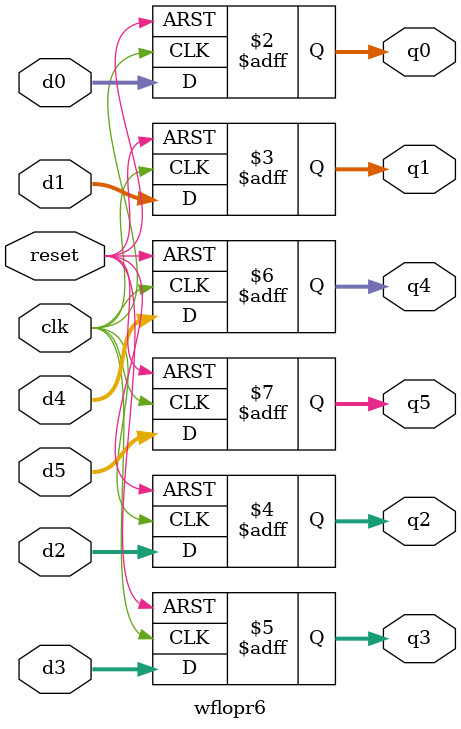
<source format=sv>
module wflopr6 (input  logic clk, reset,
                input  logic [31:0] d0, d1, d2, d3, d4,
                input  logic [4:0]  d5,
                output logic [31:0] q0, q1, q2, q3, q4,
                output logic [4:0] q5
               );

always_ff @(posedge clk, posedge reset)
        if(reset)
            begin
                q0 <= 0;
                q1 <= 0;
                q2 <= 0;
                q3 <= 0;
                q4 <= 0;
                q5 <= 0;
            end
        else
            begin
                q0 <= d0;
                q1 <= d1;
                q2 <= d2;
                q3 <= d3;
                q4 <= d4;
                q5 <= d5;
            end
             //Íåáëîêèðóþùåå ïðèñâàèâàíèå êàê ðàç ãîâîðèò î òîì, ÷òî ñèãíàë
        //äîëæåí áûòü óñòàíîâèâøèìñÿ, òàê êàê çíà÷åíèå â ïðàâîé ÷àñòè âû÷èñëÿåòñÿ äî ïðèñâàèâàíèÿ

endmodule
</source>
